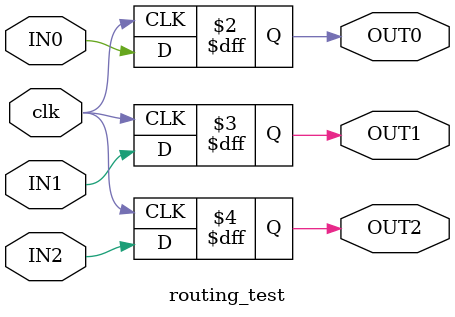
<source format=v>


module routing_test(IN0,IN1,IN2, clk, OUT0,OUT1,OUT2);

input wire IN0,IN1,IN2,clk;

output reg OUT0, OUT1, OUT2;

always @(posedge clk)
	begin

		OUT0  <=  IN0;
		OUT1  <=  IN1;
		OUT2  <=  IN2;

	end



endmodule

</source>
